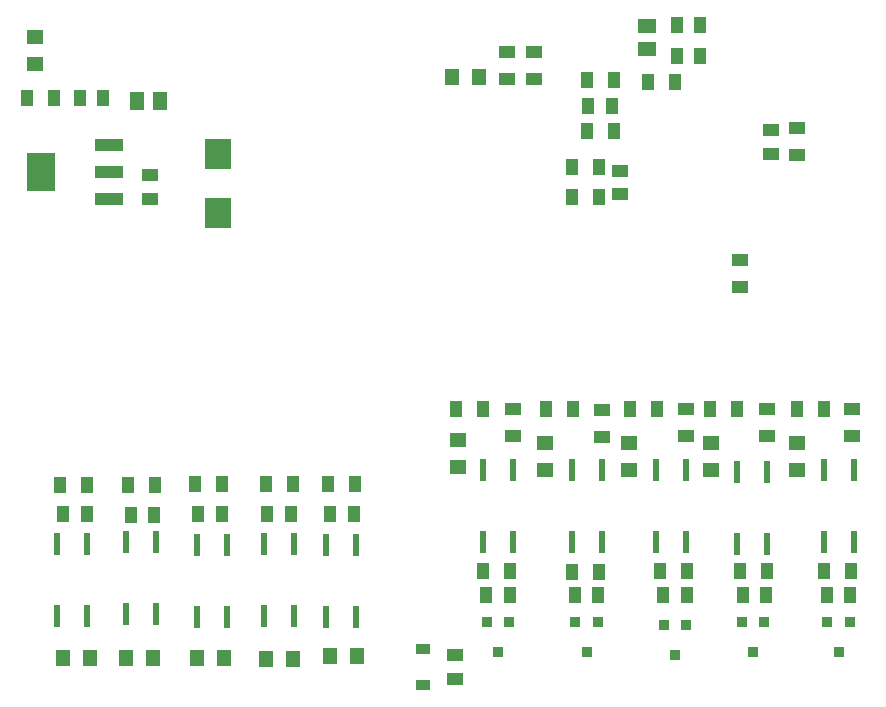
<source format=gtp>
G04*
G04 #@! TF.GenerationSoftware,Altium Limited,Altium Designer,20.1.12 (249)*
G04*
G04 Layer_Color=8421504*
%FSTAX24Y24*%
%MOIN*%
G70*
G04*
G04 #@! TF.SameCoordinates,16AA3A95-E13F-4B7F-BF52-5902ACF92DE2*
G04*
G04*
G04 #@! TF.FilePolarity,Positive*
G04*
G01*
G75*
G04:AMPARAMS|DCode=19|XSize=76mil|YSize=23.2mil|CornerRadius=2.9mil|HoleSize=0mil|Usage=FLASHONLY|Rotation=270.000|XOffset=0mil|YOffset=0mil|HoleType=Round|Shape=RoundedRectangle|*
%AMROUNDEDRECTD19*
21,1,0.0760,0.0174,0,0,270.0*
21,1,0.0702,0.0232,0,0,270.0*
1,1,0.0058,-0.0087,-0.0351*
1,1,0.0058,-0.0087,0.0351*
1,1,0.0058,0.0087,0.0351*
1,1,0.0058,0.0087,-0.0351*
%
%ADD19ROUNDEDRECTD19*%
%ADD20R,0.0550X0.0394*%
%ADD21R,0.0550X0.0500*%
%ADD22R,0.0945X0.1299*%
%ADD23R,0.0945X0.0394*%
%ADD24R,0.0394X0.0550*%
%ADD25R,0.0866X0.1024*%
%ADD26R,0.0550X0.0433*%
%ADD27R,0.0433X0.0550*%
%ADD28R,0.0591X0.0512*%
%ADD29R,0.0354X0.0374*%
%ADD30R,0.0472X0.0354*%
%ADD31R,0.0472X0.0354*%
%ADD32R,0.0500X0.0550*%
%ADD33R,0.0512X0.0591*%
D19*
X03775Y027303D02*
D03*
X03675D02*
D03*
Y029697D02*
D03*
X03775D02*
D03*
X04055Y027303D02*
D03*
X03955D02*
D03*
Y029697D02*
D03*
X04055D02*
D03*
X04325Y027253D02*
D03*
X04225D02*
D03*
Y029647D02*
D03*
X04325D02*
D03*
X04615Y027303D02*
D03*
X04515D02*
D03*
Y029697D02*
D03*
X04615D02*
D03*
X0348Y027303D02*
D03*
X0338D02*
D03*
X0338Y029697D02*
D03*
X0348Y029697D02*
D03*
X02855Y027197D02*
D03*
X02955D02*
D03*
Y024803D02*
D03*
X02855D02*
D03*
X0265Y027247D02*
D03*
X0275D02*
D03*
Y024853D02*
D03*
X0265D02*
D03*
X02425Y027197D02*
D03*
X02525D02*
D03*
Y024803D02*
D03*
X02425D02*
D03*
X0219Y027297D02*
D03*
X0229D02*
D03*
Y024903D02*
D03*
X0219D02*
D03*
X0196Y027247D02*
D03*
X0206D02*
D03*
Y024853D02*
D03*
X0196D02*
D03*
D20*
X0355Y04365D02*
D03*
Y04275D02*
D03*
X04425Y0402D02*
D03*
Y0411D02*
D03*
X04235Y0358D02*
D03*
Y0367D02*
D03*
X0348Y03175D02*
D03*
Y03085D02*
D03*
X0461Y03175D02*
D03*
Y03085D02*
D03*
X04325Y03175D02*
D03*
Y03085D02*
D03*
X03775Y0317D02*
D03*
Y0308D02*
D03*
X04055Y03175D02*
D03*
Y03085D02*
D03*
X0346Y04365D02*
D03*
Y04275D02*
D03*
D21*
X01885Y04325D02*
D03*
Y04415D02*
D03*
X04425Y0306D02*
D03*
Y0297D02*
D03*
X0414Y0306D02*
D03*
Y0297D02*
D03*
X03865Y0306D02*
D03*
Y0297D02*
D03*
X03585Y0306D02*
D03*
Y0297D02*
D03*
X03295Y0307D02*
D03*
Y0298D02*
D03*
D22*
X019058Y03965D02*
D03*
D23*
X021342Y040556D02*
D03*
X021342Y03965D02*
D03*
X021342Y038744D02*
D03*
D24*
X0195Y0421D02*
D03*
X0186D02*
D03*
X03675Y0398D02*
D03*
X03765D02*
D03*
X03675Y0388D02*
D03*
X03765D02*
D03*
X03815Y041D02*
D03*
X03725D02*
D03*
X0393Y04265D02*
D03*
X0402D02*
D03*
X03815Y0427D02*
D03*
X03725D02*
D03*
X04515Y02635D02*
D03*
X04605D02*
D03*
X0338D02*
D03*
X0347D02*
D03*
X03675Y0263D02*
D03*
X03765D02*
D03*
X04235Y02635D02*
D03*
X04325D02*
D03*
X0397D02*
D03*
X0406D02*
D03*
X0242Y02925D02*
D03*
X0251D02*
D03*
X0338Y03175D02*
D03*
X0329D02*
D03*
X0368D02*
D03*
X0359D02*
D03*
X0396D02*
D03*
X0387D02*
D03*
X04225D02*
D03*
X04135D02*
D03*
X04515D02*
D03*
X04425D02*
D03*
X0197Y0292D02*
D03*
X0206D02*
D03*
X02195D02*
D03*
X02285D02*
D03*
X02655Y02925D02*
D03*
X02745D02*
D03*
X028635D02*
D03*
X029535D02*
D03*
D25*
X02495Y038282D02*
D03*
Y04025D02*
D03*
D26*
X0434Y041044D02*
D03*
Y040256D02*
D03*
X03835Y038906D02*
D03*
Y039694D02*
D03*
X03285Y023544D02*
D03*
Y022756D02*
D03*
X0227Y039544D02*
D03*
Y038756D02*
D03*
D27*
X037306Y04185D02*
D03*
X038094D02*
D03*
X041044Y0435D02*
D03*
X040256D02*
D03*
X041044Y04455D02*
D03*
X040256D02*
D03*
X046044Y02555D02*
D03*
X045256D02*
D03*
X034694D02*
D03*
X033906D02*
D03*
X037644D02*
D03*
X036856D02*
D03*
X043237D02*
D03*
X04245D02*
D03*
X040594D02*
D03*
X039806D02*
D03*
X0198Y02825D02*
D03*
X020587D02*
D03*
X022056Y0282D02*
D03*
X022844D02*
D03*
X024306Y02825D02*
D03*
X025094D02*
D03*
X026606D02*
D03*
X027394D02*
D03*
X028706D02*
D03*
X029494D02*
D03*
X021144Y0421D02*
D03*
X020356D02*
D03*
D28*
X03925Y04375D02*
D03*
Y044498D02*
D03*
D29*
X037624Y024642D02*
D03*
X03725Y023658D02*
D03*
X036876Y024642D02*
D03*
X046024Y024642D02*
D03*
X04565Y023658D02*
D03*
X045276Y024642D02*
D03*
X040574Y024542D02*
D03*
X0402Y023558D02*
D03*
X039826Y024542D02*
D03*
X043174Y024642D02*
D03*
X0428Y023658D02*
D03*
X042426Y024642D02*
D03*
X034674D02*
D03*
X0343Y023658D02*
D03*
X033926Y024642D02*
D03*
D30*
X0318Y02375D02*
D03*
D31*
Y02255D02*
D03*
D32*
X03365Y0428D02*
D03*
X03275D02*
D03*
X02871Y02351D02*
D03*
X02961D02*
D03*
X02655Y0234D02*
D03*
X02745D02*
D03*
X02425Y02345D02*
D03*
X02515D02*
D03*
X0219D02*
D03*
X0228D02*
D03*
X0198D02*
D03*
X0207D02*
D03*
D33*
X022276Y042D02*
D03*
X023024D02*
D03*
M02*

</source>
